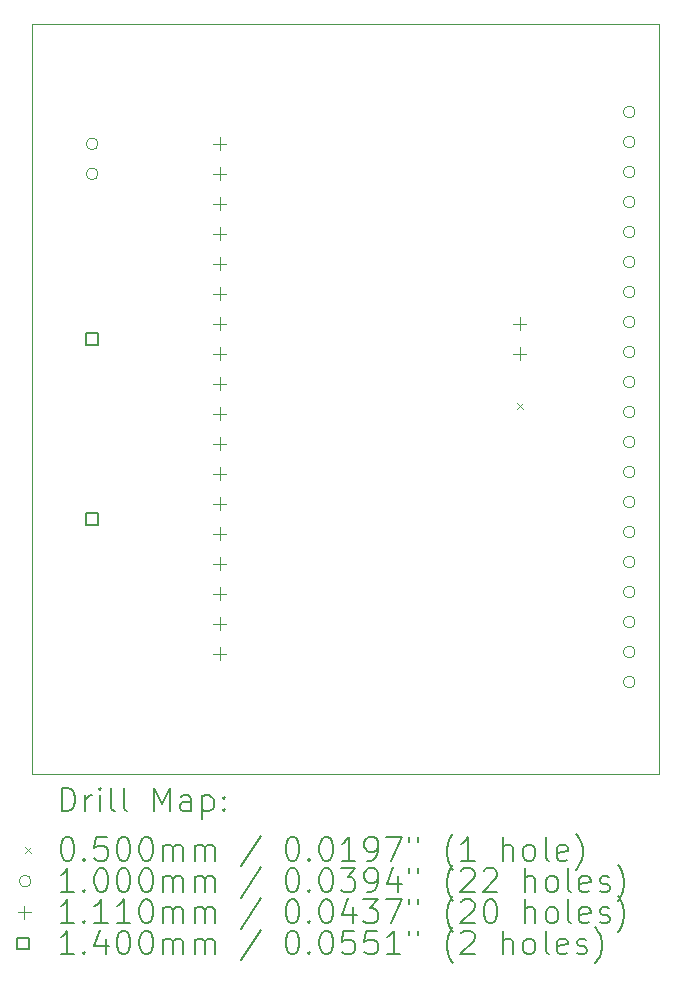
<source format=gbr>
%TF.GenerationSoftware,KiCad,Pcbnew,7.0.7*%
%TF.CreationDate,2023-09-15T15:18:09-06:00*%
%TF.ProjectId,hygienie_pcb,68796769-656e-4696-955f-7063622e6b69,rev?*%
%TF.SameCoordinates,Original*%
%TF.FileFunction,Drillmap*%
%TF.FilePolarity,Positive*%
%FSLAX45Y45*%
G04 Gerber Fmt 4.5, Leading zero omitted, Abs format (unit mm)*
G04 Created by KiCad (PCBNEW 7.0.7) date 2023-09-15 15:18:09*
%MOMM*%
%LPD*%
G01*
G04 APERTURE LIST*
%ADD10C,0.100000*%
%ADD11C,0.200000*%
%ADD12C,0.050000*%
%ADD13C,0.111000*%
%ADD14C,0.140000*%
G04 APERTURE END LIST*
D10*
X8060000Y-7366000D02*
X13370000Y-7366000D01*
X13370000Y-13716000D01*
X8060000Y-13716000D01*
X8060000Y-7366000D01*
D11*
D12*
X12167000Y-10579500D02*
X12217000Y-10629500D01*
X12217000Y-10579500D02*
X12167000Y-10629500D01*
D10*
X8622500Y-8382500D02*
G75*
G03*
X8622500Y-8382500I-50000J0D01*
G01*
X8622500Y-8636500D02*
G75*
G03*
X8622500Y-8636500I-50000J0D01*
G01*
X13170000Y-8113000D02*
G75*
G03*
X13170000Y-8113000I-50000J0D01*
G01*
X13170000Y-8367000D02*
G75*
G03*
X13170000Y-8367000I-50000J0D01*
G01*
X13170000Y-8621000D02*
G75*
G03*
X13170000Y-8621000I-50000J0D01*
G01*
X13170000Y-8875000D02*
G75*
G03*
X13170000Y-8875000I-50000J0D01*
G01*
X13170000Y-9129000D02*
G75*
G03*
X13170000Y-9129000I-50000J0D01*
G01*
X13170000Y-9383000D02*
G75*
G03*
X13170000Y-9383000I-50000J0D01*
G01*
X13170000Y-9637000D02*
G75*
G03*
X13170000Y-9637000I-50000J0D01*
G01*
X13170000Y-9891000D02*
G75*
G03*
X13170000Y-9891000I-50000J0D01*
G01*
X13170000Y-10145000D02*
G75*
G03*
X13170000Y-10145000I-50000J0D01*
G01*
X13170000Y-10399000D02*
G75*
G03*
X13170000Y-10399000I-50000J0D01*
G01*
X13170000Y-10653000D02*
G75*
G03*
X13170000Y-10653000I-50000J0D01*
G01*
X13170000Y-10907000D02*
G75*
G03*
X13170000Y-10907000I-50000J0D01*
G01*
X13170000Y-11161000D02*
G75*
G03*
X13170000Y-11161000I-50000J0D01*
G01*
X13170000Y-11415000D02*
G75*
G03*
X13170000Y-11415000I-50000J0D01*
G01*
X13170000Y-11669000D02*
G75*
G03*
X13170000Y-11669000I-50000J0D01*
G01*
X13170000Y-11923000D02*
G75*
G03*
X13170000Y-11923000I-50000J0D01*
G01*
X13170000Y-12177000D02*
G75*
G03*
X13170000Y-12177000I-50000J0D01*
G01*
X13170000Y-12431000D02*
G75*
G03*
X13170000Y-12431000I-50000J0D01*
G01*
X13170000Y-12685000D02*
G75*
G03*
X13170000Y-12685000I-50000J0D01*
G01*
X13170000Y-12939000D02*
G75*
G03*
X13170000Y-12939000I-50000J0D01*
G01*
D13*
X9652000Y-8326500D02*
X9652000Y-8437500D01*
X9596500Y-8382000D02*
X9707500Y-8382000D01*
X9652000Y-8580500D02*
X9652000Y-8691500D01*
X9596500Y-8636000D02*
X9707500Y-8636000D01*
X9652000Y-8834500D02*
X9652000Y-8945500D01*
X9596500Y-8890000D02*
X9707500Y-8890000D01*
X9652000Y-9088500D02*
X9652000Y-9199500D01*
X9596500Y-9144000D02*
X9707500Y-9144000D01*
X9652000Y-9342500D02*
X9652000Y-9453500D01*
X9596500Y-9398000D02*
X9707500Y-9398000D01*
X9652000Y-9596500D02*
X9652000Y-9707500D01*
X9596500Y-9652000D02*
X9707500Y-9652000D01*
X9652000Y-9850500D02*
X9652000Y-9961500D01*
X9596500Y-9906000D02*
X9707500Y-9906000D01*
X9652000Y-10104500D02*
X9652000Y-10215500D01*
X9596500Y-10160000D02*
X9707500Y-10160000D01*
X9652000Y-10358500D02*
X9652000Y-10469500D01*
X9596500Y-10414000D02*
X9707500Y-10414000D01*
X9652000Y-10612500D02*
X9652000Y-10723500D01*
X9596500Y-10668000D02*
X9707500Y-10668000D01*
X9652000Y-10866500D02*
X9652000Y-10977500D01*
X9596500Y-10922000D02*
X9707500Y-10922000D01*
X9652000Y-11120500D02*
X9652000Y-11231500D01*
X9596500Y-11176000D02*
X9707500Y-11176000D01*
X9652000Y-11374500D02*
X9652000Y-11485500D01*
X9596500Y-11430000D02*
X9707500Y-11430000D01*
X9652000Y-11628500D02*
X9652000Y-11739500D01*
X9596500Y-11684000D02*
X9707500Y-11684000D01*
X9652000Y-11882500D02*
X9652000Y-11993500D01*
X9596500Y-11938000D02*
X9707500Y-11938000D01*
X9652000Y-12136500D02*
X9652000Y-12247500D01*
X9596500Y-12192000D02*
X9707500Y-12192000D01*
X9652000Y-12390500D02*
X9652000Y-12501500D01*
X9596500Y-12446000D02*
X9707500Y-12446000D01*
X9652000Y-12644500D02*
X9652000Y-12755500D01*
X9596500Y-12700000D02*
X9707500Y-12700000D01*
X12192000Y-9850500D02*
X12192000Y-9961500D01*
X12136500Y-9906000D02*
X12247500Y-9906000D01*
X12192000Y-10104500D02*
X12192000Y-10215500D01*
X12136500Y-10160000D02*
X12247500Y-10160000D01*
D14*
X8621998Y-10082498D02*
X8621998Y-9983502D01*
X8523002Y-9983502D01*
X8523002Y-10082498D01*
X8621998Y-10082498D01*
X8621998Y-11606498D02*
X8621998Y-11507502D01*
X8523002Y-11507502D01*
X8523002Y-11606498D01*
X8621998Y-11606498D01*
D11*
X8315777Y-14032484D02*
X8315777Y-13832484D01*
X8315777Y-13832484D02*
X8363396Y-13832484D01*
X8363396Y-13832484D02*
X8391967Y-13842008D01*
X8391967Y-13842008D02*
X8411015Y-13861055D01*
X8411015Y-13861055D02*
X8420539Y-13880103D01*
X8420539Y-13880103D02*
X8430063Y-13918198D01*
X8430063Y-13918198D02*
X8430063Y-13946769D01*
X8430063Y-13946769D02*
X8420539Y-13984865D01*
X8420539Y-13984865D02*
X8411015Y-14003912D01*
X8411015Y-14003912D02*
X8391967Y-14022960D01*
X8391967Y-14022960D02*
X8363396Y-14032484D01*
X8363396Y-14032484D02*
X8315777Y-14032484D01*
X8515777Y-14032484D02*
X8515777Y-13899150D01*
X8515777Y-13937246D02*
X8525301Y-13918198D01*
X8525301Y-13918198D02*
X8534824Y-13908674D01*
X8534824Y-13908674D02*
X8553872Y-13899150D01*
X8553872Y-13899150D02*
X8572920Y-13899150D01*
X8639586Y-14032484D02*
X8639586Y-13899150D01*
X8639586Y-13832484D02*
X8630063Y-13842008D01*
X8630063Y-13842008D02*
X8639586Y-13851531D01*
X8639586Y-13851531D02*
X8649110Y-13842008D01*
X8649110Y-13842008D02*
X8639586Y-13832484D01*
X8639586Y-13832484D02*
X8639586Y-13851531D01*
X8763396Y-14032484D02*
X8744348Y-14022960D01*
X8744348Y-14022960D02*
X8734824Y-14003912D01*
X8734824Y-14003912D02*
X8734824Y-13832484D01*
X8868158Y-14032484D02*
X8849110Y-14022960D01*
X8849110Y-14022960D02*
X8839586Y-14003912D01*
X8839586Y-14003912D02*
X8839586Y-13832484D01*
X9096729Y-14032484D02*
X9096729Y-13832484D01*
X9096729Y-13832484D02*
X9163396Y-13975341D01*
X9163396Y-13975341D02*
X9230063Y-13832484D01*
X9230063Y-13832484D02*
X9230063Y-14032484D01*
X9411015Y-14032484D02*
X9411015Y-13927722D01*
X9411015Y-13927722D02*
X9401491Y-13908674D01*
X9401491Y-13908674D02*
X9382444Y-13899150D01*
X9382444Y-13899150D02*
X9344348Y-13899150D01*
X9344348Y-13899150D02*
X9325301Y-13908674D01*
X9411015Y-14022960D02*
X9391967Y-14032484D01*
X9391967Y-14032484D02*
X9344348Y-14032484D01*
X9344348Y-14032484D02*
X9325301Y-14022960D01*
X9325301Y-14022960D02*
X9315777Y-14003912D01*
X9315777Y-14003912D02*
X9315777Y-13984865D01*
X9315777Y-13984865D02*
X9325301Y-13965817D01*
X9325301Y-13965817D02*
X9344348Y-13956293D01*
X9344348Y-13956293D02*
X9391967Y-13956293D01*
X9391967Y-13956293D02*
X9411015Y-13946769D01*
X9506253Y-13899150D02*
X9506253Y-14099150D01*
X9506253Y-13908674D02*
X9525301Y-13899150D01*
X9525301Y-13899150D02*
X9563396Y-13899150D01*
X9563396Y-13899150D02*
X9582444Y-13908674D01*
X9582444Y-13908674D02*
X9591967Y-13918198D01*
X9591967Y-13918198D02*
X9601491Y-13937246D01*
X9601491Y-13937246D02*
X9601491Y-13994388D01*
X9601491Y-13994388D02*
X9591967Y-14013436D01*
X9591967Y-14013436D02*
X9582444Y-14022960D01*
X9582444Y-14022960D02*
X9563396Y-14032484D01*
X9563396Y-14032484D02*
X9525301Y-14032484D01*
X9525301Y-14032484D02*
X9506253Y-14022960D01*
X9687205Y-14013436D02*
X9696729Y-14022960D01*
X9696729Y-14022960D02*
X9687205Y-14032484D01*
X9687205Y-14032484D02*
X9677682Y-14022960D01*
X9677682Y-14022960D02*
X9687205Y-14013436D01*
X9687205Y-14013436D02*
X9687205Y-14032484D01*
X9687205Y-13908674D02*
X9696729Y-13918198D01*
X9696729Y-13918198D02*
X9687205Y-13927722D01*
X9687205Y-13927722D02*
X9677682Y-13918198D01*
X9677682Y-13918198D02*
X9687205Y-13908674D01*
X9687205Y-13908674D02*
X9687205Y-13927722D01*
D12*
X8005000Y-14336000D02*
X8055000Y-14386000D01*
X8055000Y-14336000D02*
X8005000Y-14386000D01*
D11*
X8353872Y-14252484D02*
X8372920Y-14252484D01*
X8372920Y-14252484D02*
X8391967Y-14262008D01*
X8391967Y-14262008D02*
X8401491Y-14271531D01*
X8401491Y-14271531D02*
X8411015Y-14290579D01*
X8411015Y-14290579D02*
X8420539Y-14328674D01*
X8420539Y-14328674D02*
X8420539Y-14376293D01*
X8420539Y-14376293D02*
X8411015Y-14414388D01*
X8411015Y-14414388D02*
X8401491Y-14433436D01*
X8401491Y-14433436D02*
X8391967Y-14442960D01*
X8391967Y-14442960D02*
X8372920Y-14452484D01*
X8372920Y-14452484D02*
X8353872Y-14452484D01*
X8353872Y-14452484D02*
X8334824Y-14442960D01*
X8334824Y-14442960D02*
X8325301Y-14433436D01*
X8325301Y-14433436D02*
X8315777Y-14414388D01*
X8315777Y-14414388D02*
X8306253Y-14376293D01*
X8306253Y-14376293D02*
X8306253Y-14328674D01*
X8306253Y-14328674D02*
X8315777Y-14290579D01*
X8315777Y-14290579D02*
X8325301Y-14271531D01*
X8325301Y-14271531D02*
X8334824Y-14262008D01*
X8334824Y-14262008D02*
X8353872Y-14252484D01*
X8506253Y-14433436D02*
X8515777Y-14442960D01*
X8515777Y-14442960D02*
X8506253Y-14452484D01*
X8506253Y-14452484D02*
X8496729Y-14442960D01*
X8496729Y-14442960D02*
X8506253Y-14433436D01*
X8506253Y-14433436D02*
X8506253Y-14452484D01*
X8696729Y-14252484D02*
X8601491Y-14252484D01*
X8601491Y-14252484D02*
X8591967Y-14347722D01*
X8591967Y-14347722D02*
X8601491Y-14338198D01*
X8601491Y-14338198D02*
X8620539Y-14328674D01*
X8620539Y-14328674D02*
X8668158Y-14328674D01*
X8668158Y-14328674D02*
X8687205Y-14338198D01*
X8687205Y-14338198D02*
X8696729Y-14347722D01*
X8696729Y-14347722D02*
X8706253Y-14366769D01*
X8706253Y-14366769D02*
X8706253Y-14414388D01*
X8706253Y-14414388D02*
X8696729Y-14433436D01*
X8696729Y-14433436D02*
X8687205Y-14442960D01*
X8687205Y-14442960D02*
X8668158Y-14452484D01*
X8668158Y-14452484D02*
X8620539Y-14452484D01*
X8620539Y-14452484D02*
X8601491Y-14442960D01*
X8601491Y-14442960D02*
X8591967Y-14433436D01*
X8830063Y-14252484D02*
X8849110Y-14252484D01*
X8849110Y-14252484D02*
X8868158Y-14262008D01*
X8868158Y-14262008D02*
X8877682Y-14271531D01*
X8877682Y-14271531D02*
X8887205Y-14290579D01*
X8887205Y-14290579D02*
X8896729Y-14328674D01*
X8896729Y-14328674D02*
X8896729Y-14376293D01*
X8896729Y-14376293D02*
X8887205Y-14414388D01*
X8887205Y-14414388D02*
X8877682Y-14433436D01*
X8877682Y-14433436D02*
X8868158Y-14442960D01*
X8868158Y-14442960D02*
X8849110Y-14452484D01*
X8849110Y-14452484D02*
X8830063Y-14452484D01*
X8830063Y-14452484D02*
X8811015Y-14442960D01*
X8811015Y-14442960D02*
X8801491Y-14433436D01*
X8801491Y-14433436D02*
X8791967Y-14414388D01*
X8791967Y-14414388D02*
X8782444Y-14376293D01*
X8782444Y-14376293D02*
X8782444Y-14328674D01*
X8782444Y-14328674D02*
X8791967Y-14290579D01*
X8791967Y-14290579D02*
X8801491Y-14271531D01*
X8801491Y-14271531D02*
X8811015Y-14262008D01*
X8811015Y-14262008D02*
X8830063Y-14252484D01*
X9020539Y-14252484D02*
X9039586Y-14252484D01*
X9039586Y-14252484D02*
X9058634Y-14262008D01*
X9058634Y-14262008D02*
X9068158Y-14271531D01*
X9068158Y-14271531D02*
X9077682Y-14290579D01*
X9077682Y-14290579D02*
X9087205Y-14328674D01*
X9087205Y-14328674D02*
X9087205Y-14376293D01*
X9087205Y-14376293D02*
X9077682Y-14414388D01*
X9077682Y-14414388D02*
X9068158Y-14433436D01*
X9068158Y-14433436D02*
X9058634Y-14442960D01*
X9058634Y-14442960D02*
X9039586Y-14452484D01*
X9039586Y-14452484D02*
X9020539Y-14452484D01*
X9020539Y-14452484D02*
X9001491Y-14442960D01*
X9001491Y-14442960D02*
X8991967Y-14433436D01*
X8991967Y-14433436D02*
X8982444Y-14414388D01*
X8982444Y-14414388D02*
X8972920Y-14376293D01*
X8972920Y-14376293D02*
X8972920Y-14328674D01*
X8972920Y-14328674D02*
X8982444Y-14290579D01*
X8982444Y-14290579D02*
X8991967Y-14271531D01*
X8991967Y-14271531D02*
X9001491Y-14262008D01*
X9001491Y-14262008D02*
X9020539Y-14252484D01*
X9172920Y-14452484D02*
X9172920Y-14319150D01*
X9172920Y-14338198D02*
X9182444Y-14328674D01*
X9182444Y-14328674D02*
X9201491Y-14319150D01*
X9201491Y-14319150D02*
X9230063Y-14319150D01*
X9230063Y-14319150D02*
X9249110Y-14328674D01*
X9249110Y-14328674D02*
X9258634Y-14347722D01*
X9258634Y-14347722D02*
X9258634Y-14452484D01*
X9258634Y-14347722D02*
X9268158Y-14328674D01*
X9268158Y-14328674D02*
X9287205Y-14319150D01*
X9287205Y-14319150D02*
X9315777Y-14319150D01*
X9315777Y-14319150D02*
X9334825Y-14328674D01*
X9334825Y-14328674D02*
X9344348Y-14347722D01*
X9344348Y-14347722D02*
X9344348Y-14452484D01*
X9439586Y-14452484D02*
X9439586Y-14319150D01*
X9439586Y-14338198D02*
X9449110Y-14328674D01*
X9449110Y-14328674D02*
X9468158Y-14319150D01*
X9468158Y-14319150D02*
X9496729Y-14319150D01*
X9496729Y-14319150D02*
X9515777Y-14328674D01*
X9515777Y-14328674D02*
X9525301Y-14347722D01*
X9525301Y-14347722D02*
X9525301Y-14452484D01*
X9525301Y-14347722D02*
X9534825Y-14328674D01*
X9534825Y-14328674D02*
X9553872Y-14319150D01*
X9553872Y-14319150D02*
X9582444Y-14319150D01*
X9582444Y-14319150D02*
X9601491Y-14328674D01*
X9601491Y-14328674D02*
X9611015Y-14347722D01*
X9611015Y-14347722D02*
X9611015Y-14452484D01*
X10001491Y-14242960D02*
X9830063Y-14500103D01*
X10258634Y-14252484D02*
X10277682Y-14252484D01*
X10277682Y-14252484D02*
X10296729Y-14262008D01*
X10296729Y-14262008D02*
X10306253Y-14271531D01*
X10306253Y-14271531D02*
X10315777Y-14290579D01*
X10315777Y-14290579D02*
X10325301Y-14328674D01*
X10325301Y-14328674D02*
X10325301Y-14376293D01*
X10325301Y-14376293D02*
X10315777Y-14414388D01*
X10315777Y-14414388D02*
X10306253Y-14433436D01*
X10306253Y-14433436D02*
X10296729Y-14442960D01*
X10296729Y-14442960D02*
X10277682Y-14452484D01*
X10277682Y-14452484D02*
X10258634Y-14452484D01*
X10258634Y-14452484D02*
X10239587Y-14442960D01*
X10239587Y-14442960D02*
X10230063Y-14433436D01*
X10230063Y-14433436D02*
X10220539Y-14414388D01*
X10220539Y-14414388D02*
X10211015Y-14376293D01*
X10211015Y-14376293D02*
X10211015Y-14328674D01*
X10211015Y-14328674D02*
X10220539Y-14290579D01*
X10220539Y-14290579D02*
X10230063Y-14271531D01*
X10230063Y-14271531D02*
X10239587Y-14262008D01*
X10239587Y-14262008D02*
X10258634Y-14252484D01*
X10411015Y-14433436D02*
X10420539Y-14442960D01*
X10420539Y-14442960D02*
X10411015Y-14452484D01*
X10411015Y-14452484D02*
X10401491Y-14442960D01*
X10401491Y-14442960D02*
X10411015Y-14433436D01*
X10411015Y-14433436D02*
X10411015Y-14452484D01*
X10544348Y-14252484D02*
X10563396Y-14252484D01*
X10563396Y-14252484D02*
X10582444Y-14262008D01*
X10582444Y-14262008D02*
X10591968Y-14271531D01*
X10591968Y-14271531D02*
X10601491Y-14290579D01*
X10601491Y-14290579D02*
X10611015Y-14328674D01*
X10611015Y-14328674D02*
X10611015Y-14376293D01*
X10611015Y-14376293D02*
X10601491Y-14414388D01*
X10601491Y-14414388D02*
X10591968Y-14433436D01*
X10591968Y-14433436D02*
X10582444Y-14442960D01*
X10582444Y-14442960D02*
X10563396Y-14452484D01*
X10563396Y-14452484D02*
X10544348Y-14452484D01*
X10544348Y-14452484D02*
X10525301Y-14442960D01*
X10525301Y-14442960D02*
X10515777Y-14433436D01*
X10515777Y-14433436D02*
X10506253Y-14414388D01*
X10506253Y-14414388D02*
X10496729Y-14376293D01*
X10496729Y-14376293D02*
X10496729Y-14328674D01*
X10496729Y-14328674D02*
X10506253Y-14290579D01*
X10506253Y-14290579D02*
X10515777Y-14271531D01*
X10515777Y-14271531D02*
X10525301Y-14262008D01*
X10525301Y-14262008D02*
X10544348Y-14252484D01*
X10801491Y-14452484D02*
X10687206Y-14452484D01*
X10744348Y-14452484D02*
X10744348Y-14252484D01*
X10744348Y-14252484D02*
X10725301Y-14281055D01*
X10725301Y-14281055D02*
X10706253Y-14300103D01*
X10706253Y-14300103D02*
X10687206Y-14309627D01*
X10896729Y-14452484D02*
X10934825Y-14452484D01*
X10934825Y-14452484D02*
X10953872Y-14442960D01*
X10953872Y-14442960D02*
X10963396Y-14433436D01*
X10963396Y-14433436D02*
X10982444Y-14404865D01*
X10982444Y-14404865D02*
X10991968Y-14366769D01*
X10991968Y-14366769D02*
X10991968Y-14290579D01*
X10991968Y-14290579D02*
X10982444Y-14271531D01*
X10982444Y-14271531D02*
X10972920Y-14262008D01*
X10972920Y-14262008D02*
X10953872Y-14252484D01*
X10953872Y-14252484D02*
X10915777Y-14252484D01*
X10915777Y-14252484D02*
X10896729Y-14262008D01*
X10896729Y-14262008D02*
X10887206Y-14271531D01*
X10887206Y-14271531D02*
X10877682Y-14290579D01*
X10877682Y-14290579D02*
X10877682Y-14338198D01*
X10877682Y-14338198D02*
X10887206Y-14357246D01*
X10887206Y-14357246D02*
X10896729Y-14366769D01*
X10896729Y-14366769D02*
X10915777Y-14376293D01*
X10915777Y-14376293D02*
X10953872Y-14376293D01*
X10953872Y-14376293D02*
X10972920Y-14366769D01*
X10972920Y-14366769D02*
X10982444Y-14357246D01*
X10982444Y-14357246D02*
X10991968Y-14338198D01*
X11058634Y-14252484D02*
X11191967Y-14252484D01*
X11191967Y-14252484D02*
X11106253Y-14452484D01*
X11258634Y-14252484D02*
X11258634Y-14290579D01*
X11334825Y-14252484D02*
X11334825Y-14290579D01*
X11630063Y-14528674D02*
X11620539Y-14519150D01*
X11620539Y-14519150D02*
X11601491Y-14490579D01*
X11601491Y-14490579D02*
X11591968Y-14471531D01*
X11591968Y-14471531D02*
X11582444Y-14442960D01*
X11582444Y-14442960D02*
X11572920Y-14395341D01*
X11572920Y-14395341D02*
X11572920Y-14357246D01*
X11572920Y-14357246D02*
X11582444Y-14309627D01*
X11582444Y-14309627D02*
X11591968Y-14281055D01*
X11591968Y-14281055D02*
X11601491Y-14262008D01*
X11601491Y-14262008D02*
X11620539Y-14233436D01*
X11620539Y-14233436D02*
X11630063Y-14223912D01*
X11811015Y-14452484D02*
X11696729Y-14452484D01*
X11753872Y-14452484D02*
X11753872Y-14252484D01*
X11753872Y-14252484D02*
X11734825Y-14281055D01*
X11734825Y-14281055D02*
X11715777Y-14300103D01*
X11715777Y-14300103D02*
X11696729Y-14309627D01*
X12049110Y-14452484D02*
X12049110Y-14252484D01*
X12134825Y-14452484D02*
X12134825Y-14347722D01*
X12134825Y-14347722D02*
X12125301Y-14328674D01*
X12125301Y-14328674D02*
X12106253Y-14319150D01*
X12106253Y-14319150D02*
X12077682Y-14319150D01*
X12077682Y-14319150D02*
X12058634Y-14328674D01*
X12058634Y-14328674D02*
X12049110Y-14338198D01*
X12258634Y-14452484D02*
X12239587Y-14442960D01*
X12239587Y-14442960D02*
X12230063Y-14433436D01*
X12230063Y-14433436D02*
X12220539Y-14414388D01*
X12220539Y-14414388D02*
X12220539Y-14357246D01*
X12220539Y-14357246D02*
X12230063Y-14338198D01*
X12230063Y-14338198D02*
X12239587Y-14328674D01*
X12239587Y-14328674D02*
X12258634Y-14319150D01*
X12258634Y-14319150D02*
X12287206Y-14319150D01*
X12287206Y-14319150D02*
X12306253Y-14328674D01*
X12306253Y-14328674D02*
X12315777Y-14338198D01*
X12315777Y-14338198D02*
X12325301Y-14357246D01*
X12325301Y-14357246D02*
X12325301Y-14414388D01*
X12325301Y-14414388D02*
X12315777Y-14433436D01*
X12315777Y-14433436D02*
X12306253Y-14442960D01*
X12306253Y-14442960D02*
X12287206Y-14452484D01*
X12287206Y-14452484D02*
X12258634Y-14452484D01*
X12439587Y-14452484D02*
X12420539Y-14442960D01*
X12420539Y-14442960D02*
X12411015Y-14423912D01*
X12411015Y-14423912D02*
X12411015Y-14252484D01*
X12591968Y-14442960D02*
X12572920Y-14452484D01*
X12572920Y-14452484D02*
X12534825Y-14452484D01*
X12534825Y-14452484D02*
X12515777Y-14442960D01*
X12515777Y-14442960D02*
X12506253Y-14423912D01*
X12506253Y-14423912D02*
X12506253Y-14347722D01*
X12506253Y-14347722D02*
X12515777Y-14328674D01*
X12515777Y-14328674D02*
X12534825Y-14319150D01*
X12534825Y-14319150D02*
X12572920Y-14319150D01*
X12572920Y-14319150D02*
X12591968Y-14328674D01*
X12591968Y-14328674D02*
X12601491Y-14347722D01*
X12601491Y-14347722D02*
X12601491Y-14366769D01*
X12601491Y-14366769D02*
X12506253Y-14385817D01*
X12668158Y-14528674D02*
X12677682Y-14519150D01*
X12677682Y-14519150D02*
X12696730Y-14490579D01*
X12696730Y-14490579D02*
X12706253Y-14471531D01*
X12706253Y-14471531D02*
X12715777Y-14442960D01*
X12715777Y-14442960D02*
X12725301Y-14395341D01*
X12725301Y-14395341D02*
X12725301Y-14357246D01*
X12725301Y-14357246D02*
X12715777Y-14309627D01*
X12715777Y-14309627D02*
X12706253Y-14281055D01*
X12706253Y-14281055D02*
X12696730Y-14262008D01*
X12696730Y-14262008D02*
X12677682Y-14233436D01*
X12677682Y-14233436D02*
X12668158Y-14223912D01*
D10*
X8055000Y-14625000D02*
G75*
G03*
X8055000Y-14625000I-50000J0D01*
G01*
D11*
X8420539Y-14716484D02*
X8306253Y-14716484D01*
X8363396Y-14716484D02*
X8363396Y-14516484D01*
X8363396Y-14516484D02*
X8344348Y-14545055D01*
X8344348Y-14545055D02*
X8325301Y-14564103D01*
X8325301Y-14564103D02*
X8306253Y-14573627D01*
X8506253Y-14697436D02*
X8515777Y-14706960D01*
X8515777Y-14706960D02*
X8506253Y-14716484D01*
X8506253Y-14716484D02*
X8496729Y-14706960D01*
X8496729Y-14706960D02*
X8506253Y-14697436D01*
X8506253Y-14697436D02*
X8506253Y-14716484D01*
X8639586Y-14516484D02*
X8658634Y-14516484D01*
X8658634Y-14516484D02*
X8677682Y-14526008D01*
X8677682Y-14526008D02*
X8687205Y-14535531D01*
X8687205Y-14535531D02*
X8696729Y-14554579D01*
X8696729Y-14554579D02*
X8706253Y-14592674D01*
X8706253Y-14592674D02*
X8706253Y-14640293D01*
X8706253Y-14640293D02*
X8696729Y-14678388D01*
X8696729Y-14678388D02*
X8687205Y-14697436D01*
X8687205Y-14697436D02*
X8677682Y-14706960D01*
X8677682Y-14706960D02*
X8658634Y-14716484D01*
X8658634Y-14716484D02*
X8639586Y-14716484D01*
X8639586Y-14716484D02*
X8620539Y-14706960D01*
X8620539Y-14706960D02*
X8611015Y-14697436D01*
X8611015Y-14697436D02*
X8601491Y-14678388D01*
X8601491Y-14678388D02*
X8591967Y-14640293D01*
X8591967Y-14640293D02*
X8591967Y-14592674D01*
X8591967Y-14592674D02*
X8601491Y-14554579D01*
X8601491Y-14554579D02*
X8611015Y-14535531D01*
X8611015Y-14535531D02*
X8620539Y-14526008D01*
X8620539Y-14526008D02*
X8639586Y-14516484D01*
X8830063Y-14516484D02*
X8849110Y-14516484D01*
X8849110Y-14516484D02*
X8868158Y-14526008D01*
X8868158Y-14526008D02*
X8877682Y-14535531D01*
X8877682Y-14535531D02*
X8887205Y-14554579D01*
X8887205Y-14554579D02*
X8896729Y-14592674D01*
X8896729Y-14592674D02*
X8896729Y-14640293D01*
X8896729Y-14640293D02*
X8887205Y-14678388D01*
X8887205Y-14678388D02*
X8877682Y-14697436D01*
X8877682Y-14697436D02*
X8868158Y-14706960D01*
X8868158Y-14706960D02*
X8849110Y-14716484D01*
X8849110Y-14716484D02*
X8830063Y-14716484D01*
X8830063Y-14716484D02*
X8811015Y-14706960D01*
X8811015Y-14706960D02*
X8801491Y-14697436D01*
X8801491Y-14697436D02*
X8791967Y-14678388D01*
X8791967Y-14678388D02*
X8782444Y-14640293D01*
X8782444Y-14640293D02*
X8782444Y-14592674D01*
X8782444Y-14592674D02*
X8791967Y-14554579D01*
X8791967Y-14554579D02*
X8801491Y-14535531D01*
X8801491Y-14535531D02*
X8811015Y-14526008D01*
X8811015Y-14526008D02*
X8830063Y-14516484D01*
X9020539Y-14516484D02*
X9039586Y-14516484D01*
X9039586Y-14516484D02*
X9058634Y-14526008D01*
X9058634Y-14526008D02*
X9068158Y-14535531D01*
X9068158Y-14535531D02*
X9077682Y-14554579D01*
X9077682Y-14554579D02*
X9087205Y-14592674D01*
X9087205Y-14592674D02*
X9087205Y-14640293D01*
X9087205Y-14640293D02*
X9077682Y-14678388D01*
X9077682Y-14678388D02*
X9068158Y-14697436D01*
X9068158Y-14697436D02*
X9058634Y-14706960D01*
X9058634Y-14706960D02*
X9039586Y-14716484D01*
X9039586Y-14716484D02*
X9020539Y-14716484D01*
X9020539Y-14716484D02*
X9001491Y-14706960D01*
X9001491Y-14706960D02*
X8991967Y-14697436D01*
X8991967Y-14697436D02*
X8982444Y-14678388D01*
X8982444Y-14678388D02*
X8972920Y-14640293D01*
X8972920Y-14640293D02*
X8972920Y-14592674D01*
X8972920Y-14592674D02*
X8982444Y-14554579D01*
X8982444Y-14554579D02*
X8991967Y-14535531D01*
X8991967Y-14535531D02*
X9001491Y-14526008D01*
X9001491Y-14526008D02*
X9020539Y-14516484D01*
X9172920Y-14716484D02*
X9172920Y-14583150D01*
X9172920Y-14602198D02*
X9182444Y-14592674D01*
X9182444Y-14592674D02*
X9201491Y-14583150D01*
X9201491Y-14583150D02*
X9230063Y-14583150D01*
X9230063Y-14583150D02*
X9249110Y-14592674D01*
X9249110Y-14592674D02*
X9258634Y-14611722D01*
X9258634Y-14611722D02*
X9258634Y-14716484D01*
X9258634Y-14611722D02*
X9268158Y-14592674D01*
X9268158Y-14592674D02*
X9287205Y-14583150D01*
X9287205Y-14583150D02*
X9315777Y-14583150D01*
X9315777Y-14583150D02*
X9334825Y-14592674D01*
X9334825Y-14592674D02*
X9344348Y-14611722D01*
X9344348Y-14611722D02*
X9344348Y-14716484D01*
X9439586Y-14716484D02*
X9439586Y-14583150D01*
X9439586Y-14602198D02*
X9449110Y-14592674D01*
X9449110Y-14592674D02*
X9468158Y-14583150D01*
X9468158Y-14583150D02*
X9496729Y-14583150D01*
X9496729Y-14583150D02*
X9515777Y-14592674D01*
X9515777Y-14592674D02*
X9525301Y-14611722D01*
X9525301Y-14611722D02*
X9525301Y-14716484D01*
X9525301Y-14611722D02*
X9534825Y-14592674D01*
X9534825Y-14592674D02*
X9553872Y-14583150D01*
X9553872Y-14583150D02*
X9582444Y-14583150D01*
X9582444Y-14583150D02*
X9601491Y-14592674D01*
X9601491Y-14592674D02*
X9611015Y-14611722D01*
X9611015Y-14611722D02*
X9611015Y-14716484D01*
X10001491Y-14506960D02*
X9830063Y-14764103D01*
X10258634Y-14516484D02*
X10277682Y-14516484D01*
X10277682Y-14516484D02*
X10296729Y-14526008D01*
X10296729Y-14526008D02*
X10306253Y-14535531D01*
X10306253Y-14535531D02*
X10315777Y-14554579D01*
X10315777Y-14554579D02*
X10325301Y-14592674D01*
X10325301Y-14592674D02*
X10325301Y-14640293D01*
X10325301Y-14640293D02*
X10315777Y-14678388D01*
X10315777Y-14678388D02*
X10306253Y-14697436D01*
X10306253Y-14697436D02*
X10296729Y-14706960D01*
X10296729Y-14706960D02*
X10277682Y-14716484D01*
X10277682Y-14716484D02*
X10258634Y-14716484D01*
X10258634Y-14716484D02*
X10239587Y-14706960D01*
X10239587Y-14706960D02*
X10230063Y-14697436D01*
X10230063Y-14697436D02*
X10220539Y-14678388D01*
X10220539Y-14678388D02*
X10211015Y-14640293D01*
X10211015Y-14640293D02*
X10211015Y-14592674D01*
X10211015Y-14592674D02*
X10220539Y-14554579D01*
X10220539Y-14554579D02*
X10230063Y-14535531D01*
X10230063Y-14535531D02*
X10239587Y-14526008D01*
X10239587Y-14526008D02*
X10258634Y-14516484D01*
X10411015Y-14697436D02*
X10420539Y-14706960D01*
X10420539Y-14706960D02*
X10411015Y-14716484D01*
X10411015Y-14716484D02*
X10401491Y-14706960D01*
X10401491Y-14706960D02*
X10411015Y-14697436D01*
X10411015Y-14697436D02*
X10411015Y-14716484D01*
X10544348Y-14516484D02*
X10563396Y-14516484D01*
X10563396Y-14516484D02*
X10582444Y-14526008D01*
X10582444Y-14526008D02*
X10591968Y-14535531D01*
X10591968Y-14535531D02*
X10601491Y-14554579D01*
X10601491Y-14554579D02*
X10611015Y-14592674D01*
X10611015Y-14592674D02*
X10611015Y-14640293D01*
X10611015Y-14640293D02*
X10601491Y-14678388D01*
X10601491Y-14678388D02*
X10591968Y-14697436D01*
X10591968Y-14697436D02*
X10582444Y-14706960D01*
X10582444Y-14706960D02*
X10563396Y-14716484D01*
X10563396Y-14716484D02*
X10544348Y-14716484D01*
X10544348Y-14716484D02*
X10525301Y-14706960D01*
X10525301Y-14706960D02*
X10515777Y-14697436D01*
X10515777Y-14697436D02*
X10506253Y-14678388D01*
X10506253Y-14678388D02*
X10496729Y-14640293D01*
X10496729Y-14640293D02*
X10496729Y-14592674D01*
X10496729Y-14592674D02*
X10506253Y-14554579D01*
X10506253Y-14554579D02*
X10515777Y-14535531D01*
X10515777Y-14535531D02*
X10525301Y-14526008D01*
X10525301Y-14526008D02*
X10544348Y-14516484D01*
X10677682Y-14516484D02*
X10801491Y-14516484D01*
X10801491Y-14516484D02*
X10734825Y-14592674D01*
X10734825Y-14592674D02*
X10763396Y-14592674D01*
X10763396Y-14592674D02*
X10782444Y-14602198D01*
X10782444Y-14602198D02*
X10791968Y-14611722D01*
X10791968Y-14611722D02*
X10801491Y-14630769D01*
X10801491Y-14630769D02*
X10801491Y-14678388D01*
X10801491Y-14678388D02*
X10791968Y-14697436D01*
X10791968Y-14697436D02*
X10782444Y-14706960D01*
X10782444Y-14706960D02*
X10763396Y-14716484D01*
X10763396Y-14716484D02*
X10706253Y-14716484D01*
X10706253Y-14716484D02*
X10687206Y-14706960D01*
X10687206Y-14706960D02*
X10677682Y-14697436D01*
X10896729Y-14716484D02*
X10934825Y-14716484D01*
X10934825Y-14716484D02*
X10953872Y-14706960D01*
X10953872Y-14706960D02*
X10963396Y-14697436D01*
X10963396Y-14697436D02*
X10982444Y-14668865D01*
X10982444Y-14668865D02*
X10991968Y-14630769D01*
X10991968Y-14630769D02*
X10991968Y-14554579D01*
X10991968Y-14554579D02*
X10982444Y-14535531D01*
X10982444Y-14535531D02*
X10972920Y-14526008D01*
X10972920Y-14526008D02*
X10953872Y-14516484D01*
X10953872Y-14516484D02*
X10915777Y-14516484D01*
X10915777Y-14516484D02*
X10896729Y-14526008D01*
X10896729Y-14526008D02*
X10887206Y-14535531D01*
X10887206Y-14535531D02*
X10877682Y-14554579D01*
X10877682Y-14554579D02*
X10877682Y-14602198D01*
X10877682Y-14602198D02*
X10887206Y-14621246D01*
X10887206Y-14621246D02*
X10896729Y-14630769D01*
X10896729Y-14630769D02*
X10915777Y-14640293D01*
X10915777Y-14640293D02*
X10953872Y-14640293D01*
X10953872Y-14640293D02*
X10972920Y-14630769D01*
X10972920Y-14630769D02*
X10982444Y-14621246D01*
X10982444Y-14621246D02*
X10991968Y-14602198D01*
X11163396Y-14583150D02*
X11163396Y-14716484D01*
X11115777Y-14506960D02*
X11068158Y-14649817D01*
X11068158Y-14649817D02*
X11191967Y-14649817D01*
X11258634Y-14516484D02*
X11258634Y-14554579D01*
X11334825Y-14516484D02*
X11334825Y-14554579D01*
X11630063Y-14792674D02*
X11620539Y-14783150D01*
X11620539Y-14783150D02*
X11601491Y-14754579D01*
X11601491Y-14754579D02*
X11591968Y-14735531D01*
X11591968Y-14735531D02*
X11582444Y-14706960D01*
X11582444Y-14706960D02*
X11572920Y-14659341D01*
X11572920Y-14659341D02*
X11572920Y-14621246D01*
X11572920Y-14621246D02*
X11582444Y-14573627D01*
X11582444Y-14573627D02*
X11591968Y-14545055D01*
X11591968Y-14545055D02*
X11601491Y-14526008D01*
X11601491Y-14526008D02*
X11620539Y-14497436D01*
X11620539Y-14497436D02*
X11630063Y-14487912D01*
X11696729Y-14535531D02*
X11706253Y-14526008D01*
X11706253Y-14526008D02*
X11725301Y-14516484D01*
X11725301Y-14516484D02*
X11772920Y-14516484D01*
X11772920Y-14516484D02*
X11791968Y-14526008D01*
X11791968Y-14526008D02*
X11801491Y-14535531D01*
X11801491Y-14535531D02*
X11811015Y-14554579D01*
X11811015Y-14554579D02*
X11811015Y-14573627D01*
X11811015Y-14573627D02*
X11801491Y-14602198D01*
X11801491Y-14602198D02*
X11687206Y-14716484D01*
X11687206Y-14716484D02*
X11811015Y-14716484D01*
X11887206Y-14535531D02*
X11896729Y-14526008D01*
X11896729Y-14526008D02*
X11915777Y-14516484D01*
X11915777Y-14516484D02*
X11963396Y-14516484D01*
X11963396Y-14516484D02*
X11982444Y-14526008D01*
X11982444Y-14526008D02*
X11991968Y-14535531D01*
X11991968Y-14535531D02*
X12001491Y-14554579D01*
X12001491Y-14554579D02*
X12001491Y-14573627D01*
X12001491Y-14573627D02*
X11991968Y-14602198D01*
X11991968Y-14602198D02*
X11877682Y-14716484D01*
X11877682Y-14716484D02*
X12001491Y-14716484D01*
X12239587Y-14716484D02*
X12239587Y-14516484D01*
X12325301Y-14716484D02*
X12325301Y-14611722D01*
X12325301Y-14611722D02*
X12315777Y-14592674D01*
X12315777Y-14592674D02*
X12296730Y-14583150D01*
X12296730Y-14583150D02*
X12268158Y-14583150D01*
X12268158Y-14583150D02*
X12249110Y-14592674D01*
X12249110Y-14592674D02*
X12239587Y-14602198D01*
X12449110Y-14716484D02*
X12430063Y-14706960D01*
X12430063Y-14706960D02*
X12420539Y-14697436D01*
X12420539Y-14697436D02*
X12411015Y-14678388D01*
X12411015Y-14678388D02*
X12411015Y-14621246D01*
X12411015Y-14621246D02*
X12420539Y-14602198D01*
X12420539Y-14602198D02*
X12430063Y-14592674D01*
X12430063Y-14592674D02*
X12449110Y-14583150D01*
X12449110Y-14583150D02*
X12477682Y-14583150D01*
X12477682Y-14583150D02*
X12496730Y-14592674D01*
X12496730Y-14592674D02*
X12506253Y-14602198D01*
X12506253Y-14602198D02*
X12515777Y-14621246D01*
X12515777Y-14621246D02*
X12515777Y-14678388D01*
X12515777Y-14678388D02*
X12506253Y-14697436D01*
X12506253Y-14697436D02*
X12496730Y-14706960D01*
X12496730Y-14706960D02*
X12477682Y-14716484D01*
X12477682Y-14716484D02*
X12449110Y-14716484D01*
X12630063Y-14716484D02*
X12611015Y-14706960D01*
X12611015Y-14706960D02*
X12601491Y-14687912D01*
X12601491Y-14687912D02*
X12601491Y-14516484D01*
X12782444Y-14706960D02*
X12763396Y-14716484D01*
X12763396Y-14716484D02*
X12725301Y-14716484D01*
X12725301Y-14716484D02*
X12706253Y-14706960D01*
X12706253Y-14706960D02*
X12696730Y-14687912D01*
X12696730Y-14687912D02*
X12696730Y-14611722D01*
X12696730Y-14611722D02*
X12706253Y-14592674D01*
X12706253Y-14592674D02*
X12725301Y-14583150D01*
X12725301Y-14583150D02*
X12763396Y-14583150D01*
X12763396Y-14583150D02*
X12782444Y-14592674D01*
X12782444Y-14592674D02*
X12791968Y-14611722D01*
X12791968Y-14611722D02*
X12791968Y-14630769D01*
X12791968Y-14630769D02*
X12696730Y-14649817D01*
X12868158Y-14706960D02*
X12887206Y-14716484D01*
X12887206Y-14716484D02*
X12925301Y-14716484D01*
X12925301Y-14716484D02*
X12944349Y-14706960D01*
X12944349Y-14706960D02*
X12953872Y-14687912D01*
X12953872Y-14687912D02*
X12953872Y-14678388D01*
X12953872Y-14678388D02*
X12944349Y-14659341D01*
X12944349Y-14659341D02*
X12925301Y-14649817D01*
X12925301Y-14649817D02*
X12896730Y-14649817D01*
X12896730Y-14649817D02*
X12877682Y-14640293D01*
X12877682Y-14640293D02*
X12868158Y-14621246D01*
X12868158Y-14621246D02*
X12868158Y-14611722D01*
X12868158Y-14611722D02*
X12877682Y-14592674D01*
X12877682Y-14592674D02*
X12896730Y-14583150D01*
X12896730Y-14583150D02*
X12925301Y-14583150D01*
X12925301Y-14583150D02*
X12944349Y-14592674D01*
X13020539Y-14792674D02*
X13030063Y-14783150D01*
X13030063Y-14783150D02*
X13049111Y-14754579D01*
X13049111Y-14754579D02*
X13058634Y-14735531D01*
X13058634Y-14735531D02*
X13068158Y-14706960D01*
X13068158Y-14706960D02*
X13077682Y-14659341D01*
X13077682Y-14659341D02*
X13077682Y-14621246D01*
X13077682Y-14621246D02*
X13068158Y-14573627D01*
X13068158Y-14573627D02*
X13058634Y-14545055D01*
X13058634Y-14545055D02*
X13049111Y-14526008D01*
X13049111Y-14526008D02*
X13030063Y-14497436D01*
X13030063Y-14497436D02*
X13020539Y-14487912D01*
D13*
X7999500Y-14833500D02*
X7999500Y-14944500D01*
X7944000Y-14889000D02*
X8055000Y-14889000D01*
D11*
X8420539Y-14980484D02*
X8306253Y-14980484D01*
X8363396Y-14980484D02*
X8363396Y-14780484D01*
X8363396Y-14780484D02*
X8344348Y-14809055D01*
X8344348Y-14809055D02*
X8325301Y-14828103D01*
X8325301Y-14828103D02*
X8306253Y-14837627D01*
X8506253Y-14961436D02*
X8515777Y-14970960D01*
X8515777Y-14970960D02*
X8506253Y-14980484D01*
X8506253Y-14980484D02*
X8496729Y-14970960D01*
X8496729Y-14970960D02*
X8506253Y-14961436D01*
X8506253Y-14961436D02*
X8506253Y-14980484D01*
X8706253Y-14980484D02*
X8591967Y-14980484D01*
X8649110Y-14980484D02*
X8649110Y-14780484D01*
X8649110Y-14780484D02*
X8630063Y-14809055D01*
X8630063Y-14809055D02*
X8611015Y-14828103D01*
X8611015Y-14828103D02*
X8591967Y-14837627D01*
X8896729Y-14980484D02*
X8782444Y-14980484D01*
X8839586Y-14980484D02*
X8839586Y-14780484D01*
X8839586Y-14780484D02*
X8820539Y-14809055D01*
X8820539Y-14809055D02*
X8801491Y-14828103D01*
X8801491Y-14828103D02*
X8782444Y-14837627D01*
X9020539Y-14780484D02*
X9039586Y-14780484D01*
X9039586Y-14780484D02*
X9058634Y-14790008D01*
X9058634Y-14790008D02*
X9068158Y-14799531D01*
X9068158Y-14799531D02*
X9077682Y-14818579D01*
X9077682Y-14818579D02*
X9087205Y-14856674D01*
X9087205Y-14856674D02*
X9087205Y-14904293D01*
X9087205Y-14904293D02*
X9077682Y-14942388D01*
X9077682Y-14942388D02*
X9068158Y-14961436D01*
X9068158Y-14961436D02*
X9058634Y-14970960D01*
X9058634Y-14970960D02*
X9039586Y-14980484D01*
X9039586Y-14980484D02*
X9020539Y-14980484D01*
X9020539Y-14980484D02*
X9001491Y-14970960D01*
X9001491Y-14970960D02*
X8991967Y-14961436D01*
X8991967Y-14961436D02*
X8982444Y-14942388D01*
X8982444Y-14942388D02*
X8972920Y-14904293D01*
X8972920Y-14904293D02*
X8972920Y-14856674D01*
X8972920Y-14856674D02*
X8982444Y-14818579D01*
X8982444Y-14818579D02*
X8991967Y-14799531D01*
X8991967Y-14799531D02*
X9001491Y-14790008D01*
X9001491Y-14790008D02*
X9020539Y-14780484D01*
X9172920Y-14980484D02*
X9172920Y-14847150D01*
X9172920Y-14866198D02*
X9182444Y-14856674D01*
X9182444Y-14856674D02*
X9201491Y-14847150D01*
X9201491Y-14847150D02*
X9230063Y-14847150D01*
X9230063Y-14847150D02*
X9249110Y-14856674D01*
X9249110Y-14856674D02*
X9258634Y-14875722D01*
X9258634Y-14875722D02*
X9258634Y-14980484D01*
X9258634Y-14875722D02*
X9268158Y-14856674D01*
X9268158Y-14856674D02*
X9287205Y-14847150D01*
X9287205Y-14847150D02*
X9315777Y-14847150D01*
X9315777Y-14847150D02*
X9334825Y-14856674D01*
X9334825Y-14856674D02*
X9344348Y-14875722D01*
X9344348Y-14875722D02*
X9344348Y-14980484D01*
X9439586Y-14980484D02*
X9439586Y-14847150D01*
X9439586Y-14866198D02*
X9449110Y-14856674D01*
X9449110Y-14856674D02*
X9468158Y-14847150D01*
X9468158Y-14847150D02*
X9496729Y-14847150D01*
X9496729Y-14847150D02*
X9515777Y-14856674D01*
X9515777Y-14856674D02*
X9525301Y-14875722D01*
X9525301Y-14875722D02*
X9525301Y-14980484D01*
X9525301Y-14875722D02*
X9534825Y-14856674D01*
X9534825Y-14856674D02*
X9553872Y-14847150D01*
X9553872Y-14847150D02*
X9582444Y-14847150D01*
X9582444Y-14847150D02*
X9601491Y-14856674D01*
X9601491Y-14856674D02*
X9611015Y-14875722D01*
X9611015Y-14875722D02*
X9611015Y-14980484D01*
X10001491Y-14770960D02*
X9830063Y-15028103D01*
X10258634Y-14780484D02*
X10277682Y-14780484D01*
X10277682Y-14780484D02*
X10296729Y-14790008D01*
X10296729Y-14790008D02*
X10306253Y-14799531D01*
X10306253Y-14799531D02*
X10315777Y-14818579D01*
X10315777Y-14818579D02*
X10325301Y-14856674D01*
X10325301Y-14856674D02*
X10325301Y-14904293D01*
X10325301Y-14904293D02*
X10315777Y-14942388D01*
X10315777Y-14942388D02*
X10306253Y-14961436D01*
X10306253Y-14961436D02*
X10296729Y-14970960D01*
X10296729Y-14970960D02*
X10277682Y-14980484D01*
X10277682Y-14980484D02*
X10258634Y-14980484D01*
X10258634Y-14980484D02*
X10239587Y-14970960D01*
X10239587Y-14970960D02*
X10230063Y-14961436D01*
X10230063Y-14961436D02*
X10220539Y-14942388D01*
X10220539Y-14942388D02*
X10211015Y-14904293D01*
X10211015Y-14904293D02*
X10211015Y-14856674D01*
X10211015Y-14856674D02*
X10220539Y-14818579D01*
X10220539Y-14818579D02*
X10230063Y-14799531D01*
X10230063Y-14799531D02*
X10239587Y-14790008D01*
X10239587Y-14790008D02*
X10258634Y-14780484D01*
X10411015Y-14961436D02*
X10420539Y-14970960D01*
X10420539Y-14970960D02*
X10411015Y-14980484D01*
X10411015Y-14980484D02*
X10401491Y-14970960D01*
X10401491Y-14970960D02*
X10411015Y-14961436D01*
X10411015Y-14961436D02*
X10411015Y-14980484D01*
X10544348Y-14780484D02*
X10563396Y-14780484D01*
X10563396Y-14780484D02*
X10582444Y-14790008D01*
X10582444Y-14790008D02*
X10591968Y-14799531D01*
X10591968Y-14799531D02*
X10601491Y-14818579D01*
X10601491Y-14818579D02*
X10611015Y-14856674D01*
X10611015Y-14856674D02*
X10611015Y-14904293D01*
X10611015Y-14904293D02*
X10601491Y-14942388D01*
X10601491Y-14942388D02*
X10591968Y-14961436D01*
X10591968Y-14961436D02*
X10582444Y-14970960D01*
X10582444Y-14970960D02*
X10563396Y-14980484D01*
X10563396Y-14980484D02*
X10544348Y-14980484D01*
X10544348Y-14980484D02*
X10525301Y-14970960D01*
X10525301Y-14970960D02*
X10515777Y-14961436D01*
X10515777Y-14961436D02*
X10506253Y-14942388D01*
X10506253Y-14942388D02*
X10496729Y-14904293D01*
X10496729Y-14904293D02*
X10496729Y-14856674D01*
X10496729Y-14856674D02*
X10506253Y-14818579D01*
X10506253Y-14818579D02*
X10515777Y-14799531D01*
X10515777Y-14799531D02*
X10525301Y-14790008D01*
X10525301Y-14790008D02*
X10544348Y-14780484D01*
X10782444Y-14847150D02*
X10782444Y-14980484D01*
X10734825Y-14770960D02*
X10687206Y-14913817D01*
X10687206Y-14913817D02*
X10811015Y-14913817D01*
X10868158Y-14780484D02*
X10991968Y-14780484D01*
X10991968Y-14780484D02*
X10925301Y-14856674D01*
X10925301Y-14856674D02*
X10953872Y-14856674D01*
X10953872Y-14856674D02*
X10972920Y-14866198D01*
X10972920Y-14866198D02*
X10982444Y-14875722D01*
X10982444Y-14875722D02*
X10991968Y-14894769D01*
X10991968Y-14894769D02*
X10991968Y-14942388D01*
X10991968Y-14942388D02*
X10982444Y-14961436D01*
X10982444Y-14961436D02*
X10972920Y-14970960D01*
X10972920Y-14970960D02*
X10953872Y-14980484D01*
X10953872Y-14980484D02*
X10896729Y-14980484D01*
X10896729Y-14980484D02*
X10877682Y-14970960D01*
X10877682Y-14970960D02*
X10868158Y-14961436D01*
X11058634Y-14780484D02*
X11191967Y-14780484D01*
X11191967Y-14780484D02*
X11106253Y-14980484D01*
X11258634Y-14780484D02*
X11258634Y-14818579D01*
X11334825Y-14780484D02*
X11334825Y-14818579D01*
X11630063Y-15056674D02*
X11620539Y-15047150D01*
X11620539Y-15047150D02*
X11601491Y-15018579D01*
X11601491Y-15018579D02*
X11591968Y-14999531D01*
X11591968Y-14999531D02*
X11582444Y-14970960D01*
X11582444Y-14970960D02*
X11572920Y-14923341D01*
X11572920Y-14923341D02*
X11572920Y-14885246D01*
X11572920Y-14885246D02*
X11582444Y-14837627D01*
X11582444Y-14837627D02*
X11591968Y-14809055D01*
X11591968Y-14809055D02*
X11601491Y-14790008D01*
X11601491Y-14790008D02*
X11620539Y-14761436D01*
X11620539Y-14761436D02*
X11630063Y-14751912D01*
X11696729Y-14799531D02*
X11706253Y-14790008D01*
X11706253Y-14790008D02*
X11725301Y-14780484D01*
X11725301Y-14780484D02*
X11772920Y-14780484D01*
X11772920Y-14780484D02*
X11791968Y-14790008D01*
X11791968Y-14790008D02*
X11801491Y-14799531D01*
X11801491Y-14799531D02*
X11811015Y-14818579D01*
X11811015Y-14818579D02*
X11811015Y-14837627D01*
X11811015Y-14837627D02*
X11801491Y-14866198D01*
X11801491Y-14866198D02*
X11687206Y-14980484D01*
X11687206Y-14980484D02*
X11811015Y-14980484D01*
X11934825Y-14780484D02*
X11953872Y-14780484D01*
X11953872Y-14780484D02*
X11972920Y-14790008D01*
X11972920Y-14790008D02*
X11982444Y-14799531D01*
X11982444Y-14799531D02*
X11991968Y-14818579D01*
X11991968Y-14818579D02*
X12001491Y-14856674D01*
X12001491Y-14856674D02*
X12001491Y-14904293D01*
X12001491Y-14904293D02*
X11991968Y-14942388D01*
X11991968Y-14942388D02*
X11982444Y-14961436D01*
X11982444Y-14961436D02*
X11972920Y-14970960D01*
X11972920Y-14970960D02*
X11953872Y-14980484D01*
X11953872Y-14980484D02*
X11934825Y-14980484D01*
X11934825Y-14980484D02*
X11915777Y-14970960D01*
X11915777Y-14970960D02*
X11906253Y-14961436D01*
X11906253Y-14961436D02*
X11896729Y-14942388D01*
X11896729Y-14942388D02*
X11887206Y-14904293D01*
X11887206Y-14904293D02*
X11887206Y-14856674D01*
X11887206Y-14856674D02*
X11896729Y-14818579D01*
X11896729Y-14818579D02*
X11906253Y-14799531D01*
X11906253Y-14799531D02*
X11915777Y-14790008D01*
X11915777Y-14790008D02*
X11934825Y-14780484D01*
X12239587Y-14980484D02*
X12239587Y-14780484D01*
X12325301Y-14980484D02*
X12325301Y-14875722D01*
X12325301Y-14875722D02*
X12315777Y-14856674D01*
X12315777Y-14856674D02*
X12296730Y-14847150D01*
X12296730Y-14847150D02*
X12268158Y-14847150D01*
X12268158Y-14847150D02*
X12249110Y-14856674D01*
X12249110Y-14856674D02*
X12239587Y-14866198D01*
X12449110Y-14980484D02*
X12430063Y-14970960D01*
X12430063Y-14970960D02*
X12420539Y-14961436D01*
X12420539Y-14961436D02*
X12411015Y-14942388D01*
X12411015Y-14942388D02*
X12411015Y-14885246D01*
X12411015Y-14885246D02*
X12420539Y-14866198D01*
X12420539Y-14866198D02*
X12430063Y-14856674D01*
X12430063Y-14856674D02*
X12449110Y-14847150D01*
X12449110Y-14847150D02*
X12477682Y-14847150D01*
X12477682Y-14847150D02*
X12496730Y-14856674D01*
X12496730Y-14856674D02*
X12506253Y-14866198D01*
X12506253Y-14866198D02*
X12515777Y-14885246D01*
X12515777Y-14885246D02*
X12515777Y-14942388D01*
X12515777Y-14942388D02*
X12506253Y-14961436D01*
X12506253Y-14961436D02*
X12496730Y-14970960D01*
X12496730Y-14970960D02*
X12477682Y-14980484D01*
X12477682Y-14980484D02*
X12449110Y-14980484D01*
X12630063Y-14980484D02*
X12611015Y-14970960D01*
X12611015Y-14970960D02*
X12601491Y-14951912D01*
X12601491Y-14951912D02*
X12601491Y-14780484D01*
X12782444Y-14970960D02*
X12763396Y-14980484D01*
X12763396Y-14980484D02*
X12725301Y-14980484D01*
X12725301Y-14980484D02*
X12706253Y-14970960D01*
X12706253Y-14970960D02*
X12696730Y-14951912D01*
X12696730Y-14951912D02*
X12696730Y-14875722D01*
X12696730Y-14875722D02*
X12706253Y-14856674D01*
X12706253Y-14856674D02*
X12725301Y-14847150D01*
X12725301Y-14847150D02*
X12763396Y-14847150D01*
X12763396Y-14847150D02*
X12782444Y-14856674D01*
X12782444Y-14856674D02*
X12791968Y-14875722D01*
X12791968Y-14875722D02*
X12791968Y-14894769D01*
X12791968Y-14894769D02*
X12696730Y-14913817D01*
X12868158Y-14970960D02*
X12887206Y-14980484D01*
X12887206Y-14980484D02*
X12925301Y-14980484D01*
X12925301Y-14980484D02*
X12944349Y-14970960D01*
X12944349Y-14970960D02*
X12953872Y-14951912D01*
X12953872Y-14951912D02*
X12953872Y-14942388D01*
X12953872Y-14942388D02*
X12944349Y-14923341D01*
X12944349Y-14923341D02*
X12925301Y-14913817D01*
X12925301Y-14913817D02*
X12896730Y-14913817D01*
X12896730Y-14913817D02*
X12877682Y-14904293D01*
X12877682Y-14904293D02*
X12868158Y-14885246D01*
X12868158Y-14885246D02*
X12868158Y-14875722D01*
X12868158Y-14875722D02*
X12877682Y-14856674D01*
X12877682Y-14856674D02*
X12896730Y-14847150D01*
X12896730Y-14847150D02*
X12925301Y-14847150D01*
X12925301Y-14847150D02*
X12944349Y-14856674D01*
X13020539Y-15056674D02*
X13030063Y-15047150D01*
X13030063Y-15047150D02*
X13049111Y-15018579D01*
X13049111Y-15018579D02*
X13058634Y-14999531D01*
X13058634Y-14999531D02*
X13068158Y-14970960D01*
X13068158Y-14970960D02*
X13077682Y-14923341D01*
X13077682Y-14923341D02*
X13077682Y-14885246D01*
X13077682Y-14885246D02*
X13068158Y-14837627D01*
X13068158Y-14837627D02*
X13058634Y-14809055D01*
X13058634Y-14809055D02*
X13049111Y-14790008D01*
X13049111Y-14790008D02*
X13030063Y-14761436D01*
X13030063Y-14761436D02*
X13020539Y-14751912D01*
D14*
X8034498Y-15202498D02*
X8034498Y-15103502D01*
X7935502Y-15103502D01*
X7935502Y-15202498D01*
X8034498Y-15202498D01*
D11*
X8420539Y-15244484D02*
X8306253Y-15244484D01*
X8363396Y-15244484D02*
X8363396Y-15044484D01*
X8363396Y-15044484D02*
X8344348Y-15073055D01*
X8344348Y-15073055D02*
X8325301Y-15092103D01*
X8325301Y-15092103D02*
X8306253Y-15101627D01*
X8506253Y-15225436D02*
X8515777Y-15234960D01*
X8515777Y-15234960D02*
X8506253Y-15244484D01*
X8506253Y-15244484D02*
X8496729Y-15234960D01*
X8496729Y-15234960D02*
X8506253Y-15225436D01*
X8506253Y-15225436D02*
X8506253Y-15244484D01*
X8687205Y-15111150D02*
X8687205Y-15244484D01*
X8639586Y-15034960D02*
X8591967Y-15177817D01*
X8591967Y-15177817D02*
X8715777Y-15177817D01*
X8830063Y-15044484D02*
X8849110Y-15044484D01*
X8849110Y-15044484D02*
X8868158Y-15054008D01*
X8868158Y-15054008D02*
X8877682Y-15063531D01*
X8877682Y-15063531D02*
X8887205Y-15082579D01*
X8887205Y-15082579D02*
X8896729Y-15120674D01*
X8896729Y-15120674D02*
X8896729Y-15168293D01*
X8896729Y-15168293D02*
X8887205Y-15206388D01*
X8887205Y-15206388D02*
X8877682Y-15225436D01*
X8877682Y-15225436D02*
X8868158Y-15234960D01*
X8868158Y-15234960D02*
X8849110Y-15244484D01*
X8849110Y-15244484D02*
X8830063Y-15244484D01*
X8830063Y-15244484D02*
X8811015Y-15234960D01*
X8811015Y-15234960D02*
X8801491Y-15225436D01*
X8801491Y-15225436D02*
X8791967Y-15206388D01*
X8791967Y-15206388D02*
X8782444Y-15168293D01*
X8782444Y-15168293D02*
X8782444Y-15120674D01*
X8782444Y-15120674D02*
X8791967Y-15082579D01*
X8791967Y-15082579D02*
X8801491Y-15063531D01*
X8801491Y-15063531D02*
X8811015Y-15054008D01*
X8811015Y-15054008D02*
X8830063Y-15044484D01*
X9020539Y-15044484D02*
X9039586Y-15044484D01*
X9039586Y-15044484D02*
X9058634Y-15054008D01*
X9058634Y-15054008D02*
X9068158Y-15063531D01*
X9068158Y-15063531D02*
X9077682Y-15082579D01*
X9077682Y-15082579D02*
X9087205Y-15120674D01*
X9087205Y-15120674D02*
X9087205Y-15168293D01*
X9087205Y-15168293D02*
X9077682Y-15206388D01*
X9077682Y-15206388D02*
X9068158Y-15225436D01*
X9068158Y-15225436D02*
X9058634Y-15234960D01*
X9058634Y-15234960D02*
X9039586Y-15244484D01*
X9039586Y-15244484D02*
X9020539Y-15244484D01*
X9020539Y-15244484D02*
X9001491Y-15234960D01*
X9001491Y-15234960D02*
X8991967Y-15225436D01*
X8991967Y-15225436D02*
X8982444Y-15206388D01*
X8982444Y-15206388D02*
X8972920Y-15168293D01*
X8972920Y-15168293D02*
X8972920Y-15120674D01*
X8972920Y-15120674D02*
X8982444Y-15082579D01*
X8982444Y-15082579D02*
X8991967Y-15063531D01*
X8991967Y-15063531D02*
X9001491Y-15054008D01*
X9001491Y-15054008D02*
X9020539Y-15044484D01*
X9172920Y-15244484D02*
X9172920Y-15111150D01*
X9172920Y-15130198D02*
X9182444Y-15120674D01*
X9182444Y-15120674D02*
X9201491Y-15111150D01*
X9201491Y-15111150D02*
X9230063Y-15111150D01*
X9230063Y-15111150D02*
X9249110Y-15120674D01*
X9249110Y-15120674D02*
X9258634Y-15139722D01*
X9258634Y-15139722D02*
X9258634Y-15244484D01*
X9258634Y-15139722D02*
X9268158Y-15120674D01*
X9268158Y-15120674D02*
X9287205Y-15111150D01*
X9287205Y-15111150D02*
X9315777Y-15111150D01*
X9315777Y-15111150D02*
X9334825Y-15120674D01*
X9334825Y-15120674D02*
X9344348Y-15139722D01*
X9344348Y-15139722D02*
X9344348Y-15244484D01*
X9439586Y-15244484D02*
X9439586Y-15111150D01*
X9439586Y-15130198D02*
X9449110Y-15120674D01*
X9449110Y-15120674D02*
X9468158Y-15111150D01*
X9468158Y-15111150D02*
X9496729Y-15111150D01*
X9496729Y-15111150D02*
X9515777Y-15120674D01*
X9515777Y-15120674D02*
X9525301Y-15139722D01*
X9525301Y-15139722D02*
X9525301Y-15244484D01*
X9525301Y-15139722D02*
X9534825Y-15120674D01*
X9534825Y-15120674D02*
X9553872Y-15111150D01*
X9553872Y-15111150D02*
X9582444Y-15111150D01*
X9582444Y-15111150D02*
X9601491Y-15120674D01*
X9601491Y-15120674D02*
X9611015Y-15139722D01*
X9611015Y-15139722D02*
X9611015Y-15244484D01*
X10001491Y-15034960D02*
X9830063Y-15292103D01*
X10258634Y-15044484D02*
X10277682Y-15044484D01*
X10277682Y-15044484D02*
X10296729Y-15054008D01*
X10296729Y-15054008D02*
X10306253Y-15063531D01*
X10306253Y-15063531D02*
X10315777Y-15082579D01*
X10315777Y-15082579D02*
X10325301Y-15120674D01*
X10325301Y-15120674D02*
X10325301Y-15168293D01*
X10325301Y-15168293D02*
X10315777Y-15206388D01*
X10315777Y-15206388D02*
X10306253Y-15225436D01*
X10306253Y-15225436D02*
X10296729Y-15234960D01*
X10296729Y-15234960D02*
X10277682Y-15244484D01*
X10277682Y-15244484D02*
X10258634Y-15244484D01*
X10258634Y-15244484D02*
X10239587Y-15234960D01*
X10239587Y-15234960D02*
X10230063Y-15225436D01*
X10230063Y-15225436D02*
X10220539Y-15206388D01*
X10220539Y-15206388D02*
X10211015Y-15168293D01*
X10211015Y-15168293D02*
X10211015Y-15120674D01*
X10211015Y-15120674D02*
X10220539Y-15082579D01*
X10220539Y-15082579D02*
X10230063Y-15063531D01*
X10230063Y-15063531D02*
X10239587Y-15054008D01*
X10239587Y-15054008D02*
X10258634Y-15044484D01*
X10411015Y-15225436D02*
X10420539Y-15234960D01*
X10420539Y-15234960D02*
X10411015Y-15244484D01*
X10411015Y-15244484D02*
X10401491Y-15234960D01*
X10401491Y-15234960D02*
X10411015Y-15225436D01*
X10411015Y-15225436D02*
X10411015Y-15244484D01*
X10544348Y-15044484D02*
X10563396Y-15044484D01*
X10563396Y-15044484D02*
X10582444Y-15054008D01*
X10582444Y-15054008D02*
X10591968Y-15063531D01*
X10591968Y-15063531D02*
X10601491Y-15082579D01*
X10601491Y-15082579D02*
X10611015Y-15120674D01*
X10611015Y-15120674D02*
X10611015Y-15168293D01*
X10611015Y-15168293D02*
X10601491Y-15206388D01*
X10601491Y-15206388D02*
X10591968Y-15225436D01*
X10591968Y-15225436D02*
X10582444Y-15234960D01*
X10582444Y-15234960D02*
X10563396Y-15244484D01*
X10563396Y-15244484D02*
X10544348Y-15244484D01*
X10544348Y-15244484D02*
X10525301Y-15234960D01*
X10525301Y-15234960D02*
X10515777Y-15225436D01*
X10515777Y-15225436D02*
X10506253Y-15206388D01*
X10506253Y-15206388D02*
X10496729Y-15168293D01*
X10496729Y-15168293D02*
X10496729Y-15120674D01*
X10496729Y-15120674D02*
X10506253Y-15082579D01*
X10506253Y-15082579D02*
X10515777Y-15063531D01*
X10515777Y-15063531D02*
X10525301Y-15054008D01*
X10525301Y-15054008D02*
X10544348Y-15044484D01*
X10791968Y-15044484D02*
X10696729Y-15044484D01*
X10696729Y-15044484D02*
X10687206Y-15139722D01*
X10687206Y-15139722D02*
X10696729Y-15130198D01*
X10696729Y-15130198D02*
X10715777Y-15120674D01*
X10715777Y-15120674D02*
X10763396Y-15120674D01*
X10763396Y-15120674D02*
X10782444Y-15130198D01*
X10782444Y-15130198D02*
X10791968Y-15139722D01*
X10791968Y-15139722D02*
X10801491Y-15158769D01*
X10801491Y-15158769D02*
X10801491Y-15206388D01*
X10801491Y-15206388D02*
X10791968Y-15225436D01*
X10791968Y-15225436D02*
X10782444Y-15234960D01*
X10782444Y-15234960D02*
X10763396Y-15244484D01*
X10763396Y-15244484D02*
X10715777Y-15244484D01*
X10715777Y-15244484D02*
X10696729Y-15234960D01*
X10696729Y-15234960D02*
X10687206Y-15225436D01*
X10982444Y-15044484D02*
X10887206Y-15044484D01*
X10887206Y-15044484D02*
X10877682Y-15139722D01*
X10877682Y-15139722D02*
X10887206Y-15130198D01*
X10887206Y-15130198D02*
X10906253Y-15120674D01*
X10906253Y-15120674D02*
X10953872Y-15120674D01*
X10953872Y-15120674D02*
X10972920Y-15130198D01*
X10972920Y-15130198D02*
X10982444Y-15139722D01*
X10982444Y-15139722D02*
X10991968Y-15158769D01*
X10991968Y-15158769D02*
X10991968Y-15206388D01*
X10991968Y-15206388D02*
X10982444Y-15225436D01*
X10982444Y-15225436D02*
X10972920Y-15234960D01*
X10972920Y-15234960D02*
X10953872Y-15244484D01*
X10953872Y-15244484D02*
X10906253Y-15244484D01*
X10906253Y-15244484D02*
X10887206Y-15234960D01*
X10887206Y-15234960D02*
X10877682Y-15225436D01*
X11182444Y-15244484D02*
X11068158Y-15244484D01*
X11125301Y-15244484D02*
X11125301Y-15044484D01*
X11125301Y-15044484D02*
X11106253Y-15073055D01*
X11106253Y-15073055D02*
X11087206Y-15092103D01*
X11087206Y-15092103D02*
X11068158Y-15101627D01*
X11258634Y-15044484D02*
X11258634Y-15082579D01*
X11334825Y-15044484D02*
X11334825Y-15082579D01*
X11630063Y-15320674D02*
X11620539Y-15311150D01*
X11620539Y-15311150D02*
X11601491Y-15282579D01*
X11601491Y-15282579D02*
X11591968Y-15263531D01*
X11591968Y-15263531D02*
X11582444Y-15234960D01*
X11582444Y-15234960D02*
X11572920Y-15187341D01*
X11572920Y-15187341D02*
X11572920Y-15149246D01*
X11572920Y-15149246D02*
X11582444Y-15101627D01*
X11582444Y-15101627D02*
X11591968Y-15073055D01*
X11591968Y-15073055D02*
X11601491Y-15054008D01*
X11601491Y-15054008D02*
X11620539Y-15025436D01*
X11620539Y-15025436D02*
X11630063Y-15015912D01*
X11696729Y-15063531D02*
X11706253Y-15054008D01*
X11706253Y-15054008D02*
X11725301Y-15044484D01*
X11725301Y-15044484D02*
X11772920Y-15044484D01*
X11772920Y-15044484D02*
X11791968Y-15054008D01*
X11791968Y-15054008D02*
X11801491Y-15063531D01*
X11801491Y-15063531D02*
X11811015Y-15082579D01*
X11811015Y-15082579D02*
X11811015Y-15101627D01*
X11811015Y-15101627D02*
X11801491Y-15130198D01*
X11801491Y-15130198D02*
X11687206Y-15244484D01*
X11687206Y-15244484D02*
X11811015Y-15244484D01*
X12049110Y-15244484D02*
X12049110Y-15044484D01*
X12134825Y-15244484D02*
X12134825Y-15139722D01*
X12134825Y-15139722D02*
X12125301Y-15120674D01*
X12125301Y-15120674D02*
X12106253Y-15111150D01*
X12106253Y-15111150D02*
X12077682Y-15111150D01*
X12077682Y-15111150D02*
X12058634Y-15120674D01*
X12058634Y-15120674D02*
X12049110Y-15130198D01*
X12258634Y-15244484D02*
X12239587Y-15234960D01*
X12239587Y-15234960D02*
X12230063Y-15225436D01*
X12230063Y-15225436D02*
X12220539Y-15206388D01*
X12220539Y-15206388D02*
X12220539Y-15149246D01*
X12220539Y-15149246D02*
X12230063Y-15130198D01*
X12230063Y-15130198D02*
X12239587Y-15120674D01*
X12239587Y-15120674D02*
X12258634Y-15111150D01*
X12258634Y-15111150D02*
X12287206Y-15111150D01*
X12287206Y-15111150D02*
X12306253Y-15120674D01*
X12306253Y-15120674D02*
X12315777Y-15130198D01*
X12315777Y-15130198D02*
X12325301Y-15149246D01*
X12325301Y-15149246D02*
X12325301Y-15206388D01*
X12325301Y-15206388D02*
X12315777Y-15225436D01*
X12315777Y-15225436D02*
X12306253Y-15234960D01*
X12306253Y-15234960D02*
X12287206Y-15244484D01*
X12287206Y-15244484D02*
X12258634Y-15244484D01*
X12439587Y-15244484D02*
X12420539Y-15234960D01*
X12420539Y-15234960D02*
X12411015Y-15215912D01*
X12411015Y-15215912D02*
X12411015Y-15044484D01*
X12591968Y-15234960D02*
X12572920Y-15244484D01*
X12572920Y-15244484D02*
X12534825Y-15244484D01*
X12534825Y-15244484D02*
X12515777Y-15234960D01*
X12515777Y-15234960D02*
X12506253Y-15215912D01*
X12506253Y-15215912D02*
X12506253Y-15139722D01*
X12506253Y-15139722D02*
X12515777Y-15120674D01*
X12515777Y-15120674D02*
X12534825Y-15111150D01*
X12534825Y-15111150D02*
X12572920Y-15111150D01*
X12572920Y-15111150D02*
X12591968Y-15120674D01*
X12591968Y-15120674D02*
X12601491Y-15139722D01*
X12601491Y-15139722D02*
X12601491Y-15158769D01*
X12601491Y-15158769D02*
X12506253Y-15177817D01*
X12677682Y-15234960D02*
X12696730Y-15244484D01*
X12696730Y-15244484D02*
X12734825Y-15244484D01*
X12734825Y-15244484D02*
X12753872Y-15234960D01*
X12753872Y-15234960D02*
X12763396Y-15215912D01*
X12763396Y-15215912D02*
X12763396Y-15206388D01*
X12763396Y-15206388D02*
X12753872Y-15187341D01*
X12753872Y-15187341D02*
X12734825Y-15177817D01*
X12734825Y-15177817D02*
X12706253Y-15177817D01*
X12706253Y-15177817D02*
X12687206Y-15168293D01*
X12687206Y-15168293D02*
X12677682Y-15149246D01*
X12677682Y-15149246D02*
X12677682Y-15139722D01*
X12677682Y-15139722D02*
X12687206Y-15120674D01*
X12687206Y-15120674D02*
X12706253Y-15111150D01*
X12706253Y-15111150D02*
X12734825Y-15111150D01*
X12734825Y-15111150D02*
X12753872Y-15120674D01*
X12830063Y-15320674D02*
X12839587Y-15311150D01*
X12839587Y-15311150D02*
X12858634Y-15282579D01*
X12858634Y-15282579D02*
X12868158Y-15263531D01*
X12868158Y-15263531D02*
X12877682Y-15234960D01*
X12877682Y-15234960D02*
X12887206Y-15187341D01*
X12887206Y-15187341D02*
X12887206Y-15149246D01*
X12887206Y-15149246D02*
X12877682Y-15101627D01*
X12877682Y-15101627D02*
X12868158Y-15073055D01*
X12868158Y-15073055D02*
X12858634Y-15054008D01*
X12858634Y-15054008D02*
X12839587Y-15025436D01*
X12839587Y-15025436D02*
X12830063Y-15015912D01*
M02*

</source>
